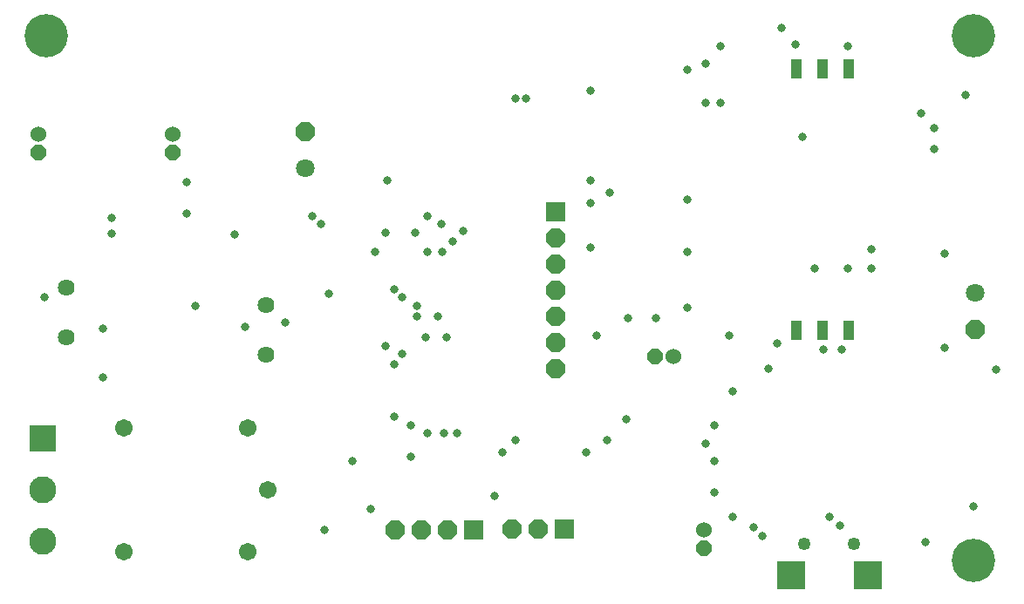
<source format=gbr>
G75*
G70*
%OFA0B0*%
%FSLAX24Y24*%
%IPPOS*%
%LPD*%
%AMOC8*
5,1,8,0,0,1.08239X$1,22.5*
%
%ADD10C,0.1655*%
%ADD11R,0.1080X0.1080*%
%ADD12C,0.0493*%
%ADD13OC8,0.0710*%
%ADD14C,0.0710*%
%ADD15R,0.0720X0.0720*%
%ADD16OC8,0.0720*%
%ADD17OC8,0.0600*%
%ADD18C,0.0600*%
%ADD19C,0.0674*%
%ADD20R,0.1030X0.1030*%
%ADD21C,0.1030*%
%ADD22C,0.0640*%
%ADD23R,0.0440X0.0780*%
%ADD24C,0.0318*%
D10*
X002157Y022428D03*
X037590Y022428D03*
X037590Y002349D03*
D11*
X033556Y001778D03*
X030623Y001778D03*
D12*
X031134Y002971D03*
X033044Y002971D03*
D13*
X037650Y011189D03*
X012070Y018769D03*
D14*
X012070Y017369D03*
X037650Y012589D03*
D15*
X021950Y003569D03*
X018490Y003529D03*
X021630Y015689D03*
D16*
X021630Y014689D03*
X021630Y013689D03*
X021630Y012689D03*
X021630Y011689D03*
X021630Y010689D03*
X021630Y009689D03*
X020950Y003569D03*
X019950Y003569D03*
X017490Y003529D03*
X016490Y003529D03*
X015490Y003529D03*
D17*
X025440Y010169D03*
X027290Y002819D03*
X006990Y017959D03*
X001850Y017959D03*
D18*
X001850Y018659D03*
X006990Y018659D03*
X026140Y010169D03*
X027290Y003519D03*
D19*
X010639Y005056D03*
X009852Y002694D03*
X005128Y002694D03*
X005128Y007418D03*
X009852Y007418D03*
D20*
X002030Y007029D03*
D21*
X002030Y003092D03*
X002030Y005060D03*
D22*
X010570Y010219D03*
X010570Y012119D03*
X002930Y012779D03*
X002930Y010879D03*
D23*
X030816Y011165D03*
X031816Y011165D03*
X032816Y011165D03*
X032824Y021163D03*
X031824Y021163D03*
X030824Y021163D03*
D24*
X030810Y022089D03*
X030250Y022729D03*
X027930Y022009D03*
X027370Y021369D03*
X026650Y021129D03*
X027370Y019849D03*
X027930Y019849D03*
X031050Y018569D03*
X035610Y019449D03*
X036090Y018889D03*
X036090Y018089D03*
X037290Y020169D03*
X032810Y022009D03*
X023690Y016409D03*
X022970Y016009D03*
X022970Y016889D03*
X026650Y016169D03*
X026650Y014169D03*
X026650Y012009D03*
X025450Y011609D03*
X024410Y011609D03*
X023210Y010969D03*
X028250Y010969D03*
X030090Y010649D03*
X029770Y009689D03*
X028410Y008809D03*
X027690Y007529D03*
X027370Y006809D03*
X027690Y006169D03*
X027690Y004969D03*
X028410Y004009D03*
X029210Y003609D03*
X029530Y003289D03*
X032090Y004009D03*
X032490Y003689D03*
X035770Y003049D03*
X037610Y004409D03*
X038450Y009649D03*
X036490Y010489D03*
X032570Y010409D03*
X031850Y010409D03*
X031530Y013529D03*
X032810Y013529D03*
X033690Y013529D03*
X033690Y014249D03*
X036490Y014089D03*
X024330Y007769D03*
X023610Y006969D03*
X022810Y006489D03*
X020090Y006969D03*
X019610Y006489D03*
X017850Y007209D03*
X017370Y007209D03*
X016730Y007209D03*
X016090Y007529D03*
X015450Y007849D03*
X016090Y006329D03*
X013850Y006169D03*
X014570Y004329D03*
X012810Y003529D03*
X019290Y004809D03*
X015450Y009849D03*
X015770Y010249D03*
X015130Y010569D03*
X016650Y010889D03*
X017450Y010889D03*
X017130Y011689D03*
X016330Y011689D03*
X016330Y012089D03*
X015770Y012409D03*
X015450Y012729D03*
X014730Y014169D03*
X015130Y014889D03*
X016250Y014889D03*
X016730Y015529D03*
X017250Y015209D03*
X017690Y014569D03*
X018090Y014969D03*
X017290Y014169D03*
X016730Y014169D03*
X012970Y012569D03*
X011290Y011449D03*
X009770Y011289D03*
X007850Y012089D03*
X004330Y011209D03*
X002090Y012409D03*
X004650Y014849D03*
X004650Y015449D03*
X007530Y015609D03*
X007530Y016809D03*
X009370Y014809D03*
X012330Y015529D03*
X012650Y015209D03*
X015210Y016889D03*
X020090Y020009D03*
X020490Y020009D03*
X022970Y020329D03*
X022970Y014329D03*
X004330Y009369D03*
M02*

</source>
